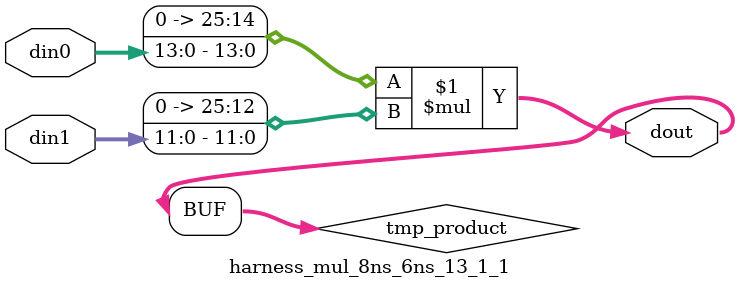
<source format=v>

`timescale 1 ns / 1 ps

 module harness_mul_8ns_6ns_13_1_1(din0, din1, dout);
parameter ID = 1;
parameter NUM_STAGE = 0;
parameter din0_WIDTH = 14;
parameter din1_WIDTH = 12;
parameter dout_WIDTH = 26;

input [din0_WIDTH - 1 : 0] din0; 
input [din1_WIDTH - 1 : 0] din1; 
output [dout_WIDTH - 1 : 0] dout;

wire signed [dout_WIDTH - 1 : 0] tmp_product;
























assign tmp_product = $signed({1'b0, din0}) * $signed({1'b0, din1});











assign dout = tmp_product;





















endmodule

</source>
